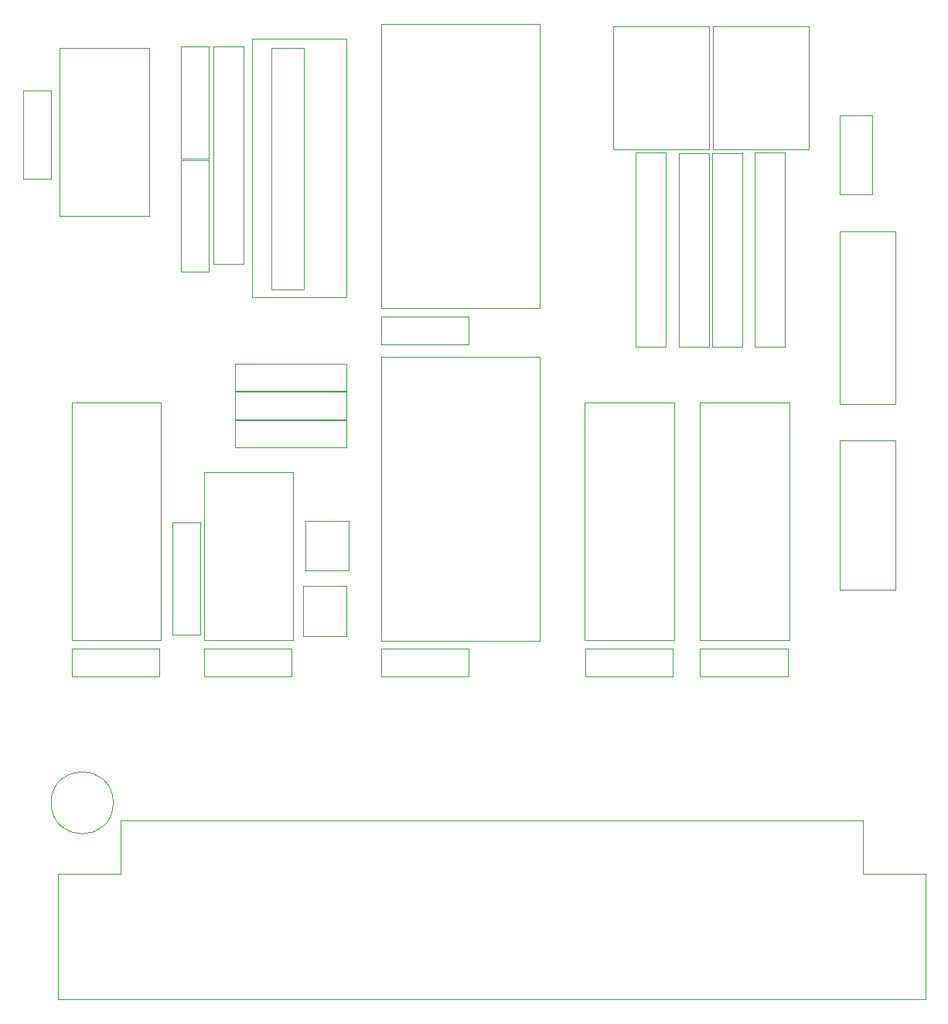
<source format=gbr>
%TF.GenerationSoftware,KiCad,Pcbnew,(5.1.12)-1*%
%TF.CreationDate,2022-05-27T21:16:08+02:00*%
%TF.ProjectId,ec1834-post,65633138-3334-42d7-906f-73742e6b6963,2b*%
%TF.SameCoordinates,Original*%
%TF.FileFunction,Other,User*%
%FSLAX46Y46*%
G04 Gerber Fmt 4.6, Leading zero omitted, Abs format (unit mm)*
G04 Created by KiCad (PCBNEW (5.1.12)-1) date 2022-05-27 21:16:08*
%MOMM*%
%LPD*%
G01*
G04 APERTURE LIST*
%ADD10C,0.050000*%
G04 APERTURE END LIST*
D10*
%TO.C,JMPR*%
X92942000Y-56824000D02*
X92942000Y-83274000D01*
X92942000Y-83274000D02*
X96542000Y-83274000D01*
X96542000Y-83274000D02*
X96542000Y-56824000D01*
X96542000Y-56824000D02*
X92942000Y-56824000D01*
%TO.C,U4*%
X127253500Y-121628500D02*
X137053500Y-121628500D01*
X127253500Y-95678500D02*
X127253500Y-121628500D01*
X137053500Y-95678500D02*
X127253500Y-95678500D01*
X137053500Y-121628500D02*
X137053500Y-95678500D01*
%TO.C,RN5*%
X149224000Y-68302400D02*
X145924000Y-68302400D01*
X145924000Y-68302400D02*
X145924000Y-89502400D01*
X145924000Y-89502400D02*
X149224000Y-89502400D01*
X149224000Y-89502400D02*
X149224000Y-68302400D01*
%TO.C,RN4*%
X144550400Y-68353200D02*
X141250400Y-68353200D01*
X141250400Y-68353200D02*
X141250400Y-89553200D01*
X141250400Y-89553200D02*
X144550400Y-89553200D01*
X144550400Y-89553200D02*
X144550400Y-68353200D01*
%TO.C,RN3*%
X136168400Y-68302400D02*
X132868400Y-68302400D01*
X132868400Y-68302400D02*
X132868400Y-89502400D01*
X132868400Y-89502400D02*
X136168400Y-89502400D01*
X136168400Y-89502400D02*
X136168400Y-68302400D01*
%TO.C,RN2*%
X140892800Y-68353200D02*
X137592800Y-68353200D01*
X137592800Y-68353200D02*
X137592800Y-89553200D01*
X137592800Y-89553200D02*
X140892800Y-89553200D01*
X140892800Y-89553200D02*
X140892800Y-68353200D01*
%TO.C,RN1*%
X89945480Y-56704760D02*
X86645480Y-56704760D01*
X86645480Y-56704760D02*
X86645480Y-80454760D01*
X86645480Y-80454760D02*
X89945480Y-80454760D01*
X89945480Y-80454760D02*
X89945480Y-56704760D01*
%TO.C,R6*%
X88967600Y-91362400D02*
X88967600Y-94362400D01*
X88967600Y-94362400D02*
X101227600Y-94362400D01*
X101227600Y-94362400D02*
X101227600Y-91362400D01*
X101227600Y-91362400D02*
X88967600Y-91362400D01*
%TO.C,R5*%
X101227600Y-100560000D02*
X101227600Y-97560000D01*
X101227600Y-97560000D02*
X88967600Y-97560000D01*
X88967600Y-97560000D02*
X88967600Y-100560000D01*
X88967600Y-100560000D02*
X101227600Y-100560000D01*
%TO.C,R4*%
X101227600Y-97461200D02*
X101227600Y-94461200D01*
X101227600Y-94461200D02*
X88967600Y-94461200D01*
X88967600Y-94461200D02*
X88967600Y-97461200D01*
X88967600Y-97461200D02*
X101227600Y-97461200D01*
%TO.C,R3*%
X83107400Y-81354640D02*
X86107400Y-81354640D01*
X86107400Y-81354640D02*
X86107400Y-69094640D01*
X86107400Y-69094640D02*
X83107400Y-69094640D01*
X83107400Y-69094640D02*
X83107400Y-81354640D01*
%TO.C,R2*%
X83107400Y-68954360D02*
X86107400Y-68954360D01*
X86107400Y-68954360D02*
X86107400Y-56694360D01*
X86107400Y-56694360D02*
X83107400Y-56694360D01*
X83107400Y-56694360D02*
X83107400Y-68954360D01*
%TO.C,R1*%
X85182840Y-108759280D02*
X82182840Y-108759280D01*
X82182840Y-108759280D02*
X82182840Y-121019280D01*
X82182840Y-121019280D02*
X85182840Y-121019280D01*
X85182840Y-121019280D02*
X85182840Y-108759280D01*
%TO.C,Q2*%
X96482400Y-121195600D02*
X96482400Y-115735600D01*
X96482400Y-121195600D02*
X101222400Y-121195600D01*
X101222400Y-115735600D02*
X96482400Y-115735600D01*
X101222400Y-115735600D02*
X101222400Y-121195600D01*
%TO.C,Q1*%
X96685600Y-114032800D02*
X96685600Y-108572800D01*
X96685600Y-114032800D02*
X101425600Y-114032800D01*
X101425600Y-108572800D02*
X96685600Y-108572800D01*
X101425600Y-108572800D02*
X101425600Y-114032800D01*
%TO.C,J0*%
X164594000Y-160931000D02*
X164594000Y-147201000D01*
X164594000Y-147201000D02*
X157734000Y-147201000D01*
X157734000Y-147201000D02*
X157734000Y-141341000D01*
X157734000Y-141341000D02*
X76444000Y-141341000D01*
X76444000Y-141341000D02*
X76444000Y-147201000D01*
X76444000Y-147201000D02*
X69594000Y-147201000D01*
X69594000Y-147201000D02*
X69594000Y-160931000D01*
X69594000Y-160931000D02*
X164594000Y-160931000D01*
%TO.C,U3*%
X79586000Y-75210000D02*
X79586000Y-56860000D01*
X79586000Y-56860000D02*
X69786000Y-56860000D01*
X69786000Y-56860000D02*
X69786000Y-75210000D01*
X69786000Y-75210000D02*
X79586000Y-75210000D01*
%TO.C,U5*%
X104985000Y-85306500D02*
X122335000Y-85306500D01*
X104985000Y-54256500D02*
X104985000Y-85306500D01*
X122335000Y-54256500D02*
X104985000Y-54256500D01*
X122335000Y-85306500D02*
X122335000Y-54256500D01*
%TO.C,C4*%
X127347000Y-122529000D02*
X127347000Y-125629000D01*
X127347000Y-125629000D02*
X136947000Y-125629000D01*
X136947000Y-125629000D02*
X136947000Y-122529000D01*
X136947000Y-122529000D02*
X127347000Y-122529000D01*
%TO.C,U9*%
X139895000Y-121628500D02*
X149695000Y-121628500D01*
X139895000Y-95678500D02*
X139895000Y-121628500D01*
X149695000Y-95678500D02*
X139895000Y-95678500D01*
X149695000Y-121628500D02*
X149695000Y-95678500D01*
%TO.C,C8*%
X149520000Y-122529000D02*
X139920000Y-122529000D01*
X149520000Y-125629000D02*
X149520000Y-122529000D01*
X139920000Y-125629000D02*
X149520000Y-125629000D01*
X139920000Y-122529000D02*
X139920000Y-125629000D01*
%TO.C,C7*%
X75663000Y-139426000D02*
G75*
G03*
X75663000Y-139426000I-3400000J0D01*
G01*
%TO.C,C6*%
X104995000Y-122529000D02*
X104995000Y-125629000D01*
X104995000Y-125629000D02*
X114595000Y-125629000D01*
X114595000Y-125629000D02*
X114595000Y-122529000D01*
X114595000Y-122529000D02*
X104995000Y-122529000D01*
%TO.C,C5*%
X104995000Y-86207000D02*
X104995000Y-89307000D01*
X104995000Y-89307000D02*
X114595000Y-89307000D01*
X114595000Y-89307000D02*
X114595000Y-86207000D01*
X114595000Y-86207000D02*
X104995000Y-86207000D01*
%TO.C,J4*%
X155172000Y-99800000D02*
X155172000Y-116100000D01*
X155172000Y-116100000D02*
X161322000Y-116100000D01*
X161322000Y-116100000D02*
X161322000Y-99800000D01*
X161322000Y-99800000D02*
X155172000Y-99800000D01*
%TO.C,J3*%
X155172000Y-64240000D02*
X155172000Y-72890000D01*
X155172000Y-72890000D02*
X158772000Y-72890000D01*
X158772000Y-72890000D02*
X158772000Y-64240000D01*
X158772000Y-64240000D02*
X155172000Y-64240000D01*
%TO.C,J2*%
X155172000Y-76940000D02*
X155172000Y-95790000D01*
X155172000Y-95790000D02*
X161322000Y-95790000D01*
X161322000Y-95790000D02*
X161322000Y-76940000D01*
X161322000Y-76940000D02*
X155172000Y-76940000D01*
%TO.C,U8*%
X151808000Y-54464000D02*
X151808000Y-67964000D01*
X151808000Y-67964000D02*
X141308000Y-67964000D01*
X141308000Y-67964000D02*
X141308000Y-54464000D01*
X141308000Y-54464000D02*
X151808000Y-54464000D01*
%TO.C,U7*%
X140886000Y-54464000D02*
X140886000Y-67964000D01*
X140886000Y-67964000D02*
X130386000Y-67964000D01*
X130386000Y-67964000D02*
X130386000Y-54464000D01*
X130386000Y-54464000D02*
X140886000Y-54464000D01*
%TO.C,U6*%
X104985000Y-121692000D02*
X122335000Y-121692000D01*
X104985000Y-90642000D02*
X104985000Y-121692000D01*
X122335000Y-90642000D02*
X104985000Y-90642000D01*
X122335000Y-121692000D02*
X122335000Y-90642000D01*
%TO.C,U2*%
X85572100Y-121628500D02*
X95372100Y-121628500D01*
X85572100Y-103278500D02*
X85572100Y-121628500D01*
X95372100Y-103278500D02*
X85572100Y-103278500D01*
X95372100Y-121628500D02*
X95372100Y-103278500D01*
%TO.C,U1*%
X71094100Y-121628500D02*
X80894100Y-121628500D01*
X71094100Y-95678500D02*
X71094100Y-121628500D01*
X80894100Y-95678500D02*
X71094100Y-95678500D01*
X80894100Y-121628500D02*
X80894100Y-95678500D01*
%TO.C,SW1*%
X90872000Y-84134000D02*
X101172000Y-84134000D01*
X90872000Y-55884000D02*
X90872000Y-84134000D01*
X101172000Y-55884000D02*
X90872000Y-55884000D01*
X101172000Y-84134000D02*
X101172000Y-55884000D01*
%TO.C,C3*%
X65760000Y-61554000D02*
X65760000Y-71154000D01*
X68860000Y-61554000D02*
X65760000Y-61554000D01*
X68860000Y-71154000D02*
X68860000Y-61554000D01*
X65760000Y-71154000D02*
X68860000Y-71154000D01*
%TO.C,C2*%
X95172100Y-122529000D02*
X85572100Y-122529000D01*
X95172100Y-125629000D02*
X95172100Y-122529000D01*
X85572100Y-125629000D02*
X95172100Y-125629000D01*
X85572100Y-122529000D02*
X85572100Y-125629000D01*
%TO.C,C1*%
X80694100Y-122529000D02*
X71094100Y-122529000D01*
X80694100Y-125629000D02*
X80694100Y-122529000D01*
X71094100Y-125629000D02*
X80694100Y-125629000D01*
X71094100Y-122529000D02*
X71094100Y-125629000D01*
%TD*%
M02*

</source>
